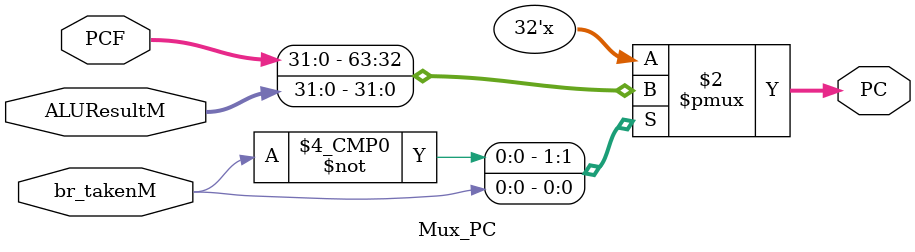
<source format=sv>
module Mux_PC (
    input logic         br_takenM,              //signal from controller
    input logic  [31:0] PCF,ALUResultM,
    output logic [31:0] PC
);
 always_comb 
 begin 
    case (br_takenM)
        1'b0 :   PC = PCF;
        1'b1 :   PC = ALUResultM; 
        default: PC = PCF;
    endcase
 end 
endmodule
</source>
